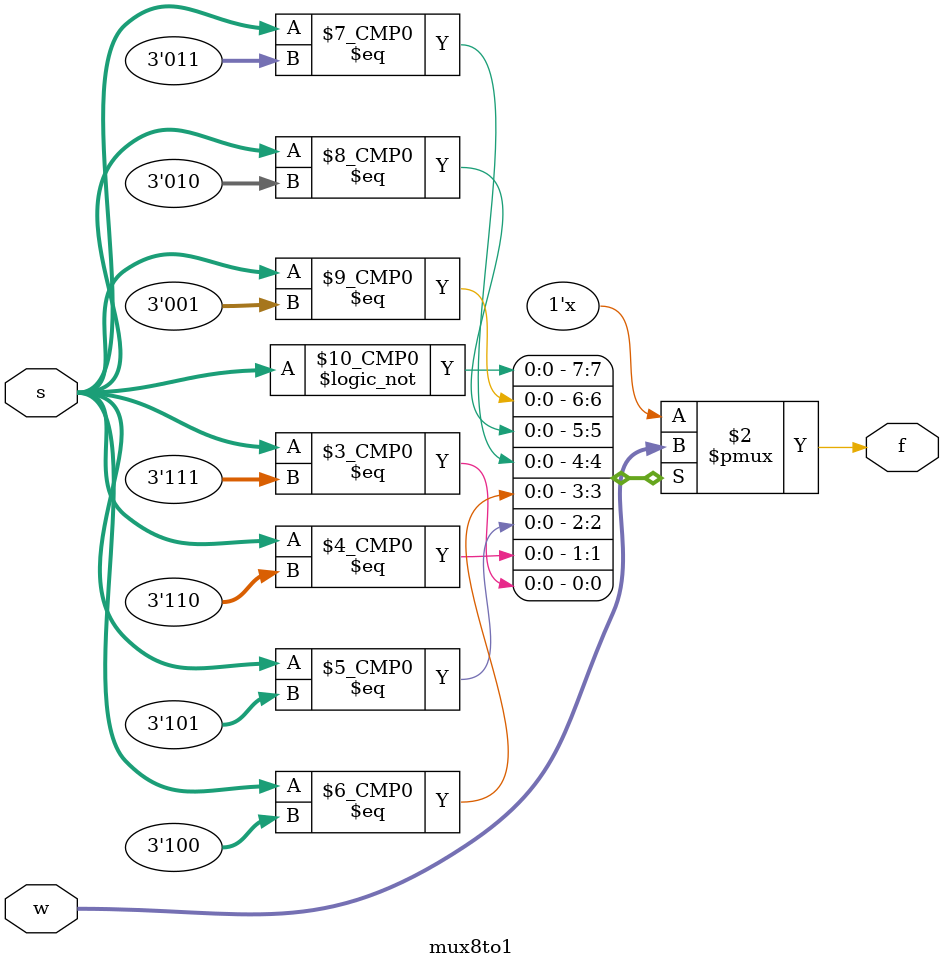
<source format=v>
module mux8to1(w,s,f);
input [0:7]w;
input [2:0]s;
output f;
reg f;
always@(w)
case(s)
0:begin
f=w[0];
end
1:begin
f=w[1];
end
2:begin
f=w[2];
end
3:begin
f=w[3];
end
4:begin
f=w[4];
end
5:begin
f=w[5];
end
6:begin
f=w[6];
end
7:begin
f=w[7];
end
endcase
endmodule

</source>
